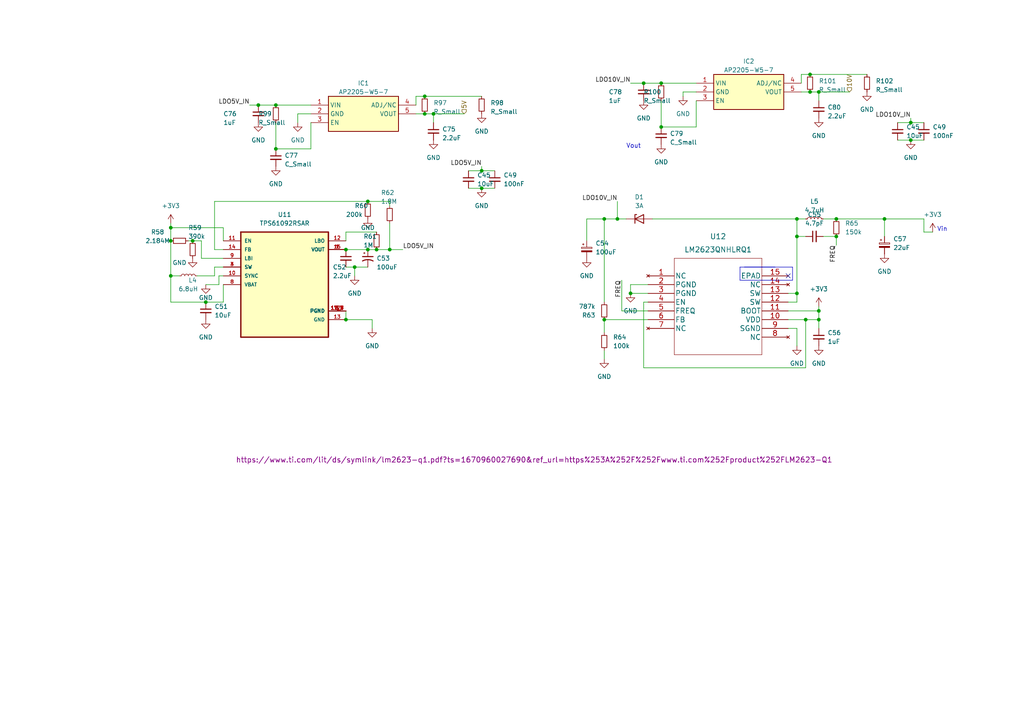
<source format=kicad_sch>
(kicad_sch (version 20230121) (generator eeschema)
  (paper "A4")
  (lib_symbols
    (symbol "Device:C_Polarized_Small" (pin_numbers hide) (pin_names (offset 0.254) hide)
      (property "Reference" "C" (at 0.254 1.778 0))
      (property "Value" "C_Polarized_Small" (at 0.254 -2.032 0))
      (symbol "C_Polarized_Small_0_1"
        (rectangle (start -1.524 -0.3048) (end 1.524 -0.6858) (fill (type outline)))
        (rectangle (start -1.524 0.6858) (end 1.524 0.3048))
        (polyline (pts (xy -1.27 1.524) (xy -0.762 1.524)))
        (polyline (pts (xy -1.016 1.27) (xy -1.016 1.778)))
      )
      (symbol "C_Polarized_Small_1_1"
        (pin passive line (at 0 2.54 270) (length 1.8542) (name "~") (number "1"))
        (pin passive line (at 0 -2.54 90) (length 1.8542) (name "~") (number "2"))
      )
    )
    (symbol "Device:C_Polarized_Small_US" (pin_numbers hide) (pin_names (offset 0.254) hide)
      (property "Reference" "C" (at 0.254 1.778 0))
      (property "Value" "C_Polarized_Small_US" (at 0.254 -2.032 0))
      (symbol "C_Polarized_Small_US_0_1"
        (polyline (pts (xy -1.524 0.508) (xy 1.524 0.508)) (stroke (width 0.3048)))
        (polyline (pts (xy -1.27 1.524) (xy -0.762 1.524)))
        (polyline (pts (xy -1.016 1.27) (xy -1.016 1.778)))
        (arc (start 1.524 -0.762) (mid 0 -0.3734) (end -1.524 -0.762) (stroke (width 0.3048)))
      )
      (symbol "C_Polarized_Small_US_1_1"
        (pin passive line (at 0 2.54 270) (length 2.032) (name "~") (number "1"))
        (pin passive line (at 0 -2.54 90) (length 2.032) (name "~") (number "2"))
      )
    )
    (symbol "Device:C_Small" (pin_numbers hide) (pin_names (offset 0.254) hide)
      (property "Reference" "C" (at 0.254 1.778 0))
      (property "Value" "C_Small" (at 0.254 -2.032 0))
      (symbol "C_Small_0_1"
        (polyline (pts (xy -1.524 -0.508) (xy 1.524 -0.508)) (stroke (width 0.3302)))
        (polyline (pts (xy -1.524 0.508) (xy 1.524 0.508)) (stroke (width 0.3048)))
      )
      (symbol "C_Small_1_1"
        (pin passive line (at 0 2.54 270) (length 2.032) (name "~") (number "1"))
        (pin passive line (at 0 -2.54 90) (length 2.032) (name "~") (number "2"))
      )
    )
    (symbol "Device:D_Zener" (pin_numbers hide) (pin_names (offset 1.016) hide)
      (property "Reference" "D" (at 0 2.54 0))
      (property "Value" "D_Zener" (at 0 -2.54 0))
      (symbol "D_Zener_0_1"
        (polyline (pts (xy 1.27 0) (xy -1.27 0)))
        (polyline (pts (xy -1.27 -1.27) (xy -1.27 1.27) (xy -0.762 1.27)) (stroke (width 0.254)))
        (polyline (pts (xy 1.27 -1.27) (xy 1.27 1.27) (xy -1.27 0) (xy 1.27 -1.27)) (stroke (width 0.254)))
      )
      (symbol "D_Zener_1_1"
        (pin passive line (at -3.81 0 0) (length 2.54) (name "K") (number "1"))
        (pin passive line (at 3.81 0 180) (length 2.54) (name "A") (number "2"))
      )
    )
    (symbol "Device:L_Small" (pin_numbers hide) (pin_names (offset 0.254) hide)
      (property "Reference" "L" (at 0.762 1.016 0))
      (property "Value" "L_Small" (at 0.762 -1.016 0))
      (symbol "L_Small_0_1"
        (arc (start 0 -2.032) (mid 0.5058 -1.524) (end 0 -1.016))
        (arc (start 0 -1.016) (mid 0.5058 -0.508) (end 0 0))
        (arc (start 0 0) (mid 0.5058 0.508) (end 0 1.016))
        (arc (start 0 1.016) (mid 0.5058 1.524) (end 0 2.032))
      )
      (symbol "L_Small_1_1"
        (pin passive line (at 0 2.54 270) (length 0.508) (name "~") (number "1"))
        (pin passive line (at 0 -2.54 90) (length 0.508) (name "~") (number "2"))
      )
    )
    (symbol "Device:R_Small" (pin_numbers hide) (pin_names (offset 0.254) hide)
      (property "Reference" "R" (at 0.762 0.508 0))
      (property "Value" "R_Small" (at 0.762 -1.016 0))
      (symbol "R_Small_0_1"
        (rectangle (start -0.762 1.778) (end 0.762 -1.778) (stroke (width 0.2032)))
      )
      (symbol "R_Small_1_1"
        (pin passive line (at 0 2.54 270) (length 0.762) (name "~") (number "1"))
        (pin passive line (at 0 -2.54 90) (length 0.762) (name "~") (number "2"))
      )
    )
    (symbol "GND_1" (power) (pin_names (offset 0))
      (property "Value" "GND_1" (at 0 -3.81 0))
      (symbol "GND_1_0_1"
        (polyline (pts (xy 0 0) (xy 0 -1.27) (xy 1.27 -1.27) (xy 0 -2.54) (xy -1.27 -1.27) (xy 0 -1.27)))
      )
      (symbol "GND_1_1_1"
        (pin power_in line (at 0 0 270) (length 0) hide (name "GND") (number "1"))
      )
    )
    (symbol "GND_2" (power) (pin_names (offset 0))
      (property "Value" "GND_2" (at 0 -3.81 0))
      (symbol "GND_2_0_1"
        (polyline (pts (xy 0 0) (xy 0 -1.27) (xy 1.27 -1.27) (xy 0 -2.54) (xy -1.27 -1.27) (xy 0 -1.27)))
      )
      (symbol "GND_2_1_1"
        (pin power_in line (at 0 0 270) (length 0) hide (name "GND") (number "1"))
      )
    )
    (symbol "GND_3" (power) (pin_names (offset 0))
      (property "Value" "GND_3" (at 0 -3.81 0))
      (symbol "GND_3_0_1"
        (polyline (pts (xy 0 0) (xy 0 -1.27) (xy 1.27 -1.27) (xy 0 -2.54) (xy -1.27 -1.27) (xy 0 -1.27)))
      )
      (symbol "GND_3_1_1"
        (pin power_in line (at 0 0 270) (length 0) hide (name "GND") (number "1"))
      )
    )
    (symbol "GND_4" (power) (pin_names (offset 0))
      (property "Value" "GND_4" (at 0 -3.81 0))
      (symbol "GND_4_0_1"
        (polyline (pts (xy 0 0) (xy 0 -1.27) (xy 1.27 -1.27) (xy 0 -2.54) (xy -1.27 -1.27) (xy 0 -1.27)))
      )
      (symbol "GND_4_1_1"
        (pin power_in line (at 0 0 270) (length 0) hide (name "GND") (number "1"))
      )
    )
    (symbol "GND_5" (power) (pin_names (offset 0))
      (property "Value" "GND_5" (at 0 -3.81 0))
      (symbol "GND_5_0_1"
        (polyline (pts (xy 0 0) (xy 0 -1.27) (xy 1.27 -1.27) (xy 0 -2.54) (xy -1.27 -1.27) (xy 0 -1.27)))
      )
      (symbol "GND_5_1_1"
        (pin power_in line (at 0 0 270) (length 0) hide (name "GND") (number "1"))
      )
    )
    (symbol "GND_6" (power) (pin_names (offset 0))
      (property "Value" "GND_6" (at 0 -3.81 0))
      (symbol "GND_6_0_1"
        (polyline (pts (xy 0 0) (xy 0 -1.27) (xy 1.27 -1.27) (xy 0 -2.54) (xy -1.27 -1.27) (xy 0 -1.27)))
      )
      (symbol "GND_6_1_1"
        (pin power_in line (at 0 0 270) (length 0) hide (name "GND") (number "1"))
      )
    )
    (symbol "iclr:AP2205-W5-7"
      (property "Reference" "IC" (at 26.67 7.62 0))
      (property "Value" "AP2205-W5-7" (at 26.67 5.08 0))
      (symbol "AP2205-W5-7_1_1"
        (rectangle (start 5.08 2.54) (end 25.4 -7.62) (stroke (width 0.254)) (fill (type background)))
        (pin passive line (at 0 0 0) (length 5.08) (name "VIN") (number "1"))
        (pin passive line (at 0 -2.54 0) (length 5.08) (name "GND") (number "2"))
        (pin passive line (at 0 -5.08 0) (length 5.08) (name "EN") (number "3"))
        (pin passive line (at 30.48 0 180) (length 5.08) (name "ADJ/NC") (number "4"))
        (pin passive line (at 30.48 -2.54 180) (length 5.08) (name "VOUT") (number "5"))
      )
    )
    (symbol "iclr:LM2623QNHLRQ1" (pin_names (offset 0.254))
      (property "Reference" "U" (at 20.32 10.16 0))
      (property "Value" "LM2623QNHLRQ1" (at 20.32 7.62 0))
      (symbol "LM2623QNHLRQ1_1_1"
        (polyline (pts (xy 7.62 -22.86) (xy 33.02 -22.86)) (stroke (width 0.127)))
        (polyline (pts (xy 7.62 5.08) (xy 7.62 -22.86)) (stroke (width 0.127)))
        (polyline (pts (xy 33.02 -22.86) (xy 33.02 5.08)) (stroke (width 0.127)))
        (polyline (pts (xy 33.02 5.08) (xy 7.62 5.08)) (stroke (width 0.127)))
        (pin no_connect line (at 0 0 0) (length 7.62) (name "NC") (number "1"))
        (pin power_in line (at 40.64 -12.7 180) (length 7.62) (name "VDD") (number "10"))
        (pin unspecified line (at 40.64 -10.16 180) (length 7.62) (name "BOOT") (number "11"))
        (pin unspecified line (at 40.64 -7.62 180) (length 7.62) (name "SW") (number "12"))
        (pin unspecified line (at 40.64 -5.08 180) (length 7.62) (name "SW") (number "13"))
        (pin no_connect line (at 40.64 -2.54 180) (length 7.62) (name "NC") (number "14"))
        (pin unspecified line (at 40.64 0 180) (length 7.62) (name "EPAD") (number "15"))
        (pin power_in line (at 0 -2.54 0) (length 7.62) (name "PGND") (number "2"))
        (pin power_in line (at 0 -5.08 0) (length 7.62) (name "PGND") (number "3"))
        (pin input line (at 0 -7.62 0) (length 7.62) (name "EN") (number "4"))
        (pin unspecified line (at 0 -10.16 0) (length 7.62) (name "FREQ") (number "5"))
        (pin output line (at 0 -12.7 0) (length 7.62) (name "FB") (number "6"))
        (pin no_connect line (at 0 -15.24 0) (length 7.62) (name "NC") (number "7"))
        (pin no_connect line (at 40.64 -17.78 180) (length 7.62) (name "NC") (number "8"))
        (pin power_in line (at 40.64 -15.24 180) (length 7.62) (name "SGND") (number "9"))
      )
    )
    (symbol "iclr:TPS61092RSAR" (pin_names (offset 1.016))
      (property "Reference" "U" (at -12.7 16.2306 0))
      (property "Value" "TPS61092RSAR" (at -12.7 -19.2278 0))
      (symbol "TPS61092RSAR_0_0"
        (rectangle (start -12.7 -15.24) (end 12.7 15.24) (stroke (width 0.4064)) (fill (type background)))
        (pin output line (at 17.78 10.16 180) (length 5.08) (name "VOUT") (number "1"))
        (pin input line (at -17.78 2.54 0) (length 5.08) (name "SYNC") (number "10"))
        (pin input line (at -17.78 12.7 0) (length 5.08) (name "EN") (number "11"))
        (pin output line (at 17.78 12.7 180) (length 5.08) (name "LBO") (number "12"))
        (pin power_in line (at 17.78 -10.16 180) (length 5.08) (name "GND") (number "13"))
        (pin input line (at -17.78 10.16 0) (length 5.08) (name "FB") (number "14"))
        (pin output line (at 17.78 10.16 180) (length 5.08) (name "VOUT") (number "15"))
        (pin output line (at 17.78 10.16 180) (length 5.08) (name "VOUT") (number "16"))
        (pin power_in line (at 17.78 -7.62 180) (length 5.08) (name "PGND") (number "17"))
        (pin power_in line (at 17.78 -7.62 180) (length 5.08) (name "PGND") (number "17_1"))
        (pin power_in line (at 17.78 -7.62 180) (length 5.08) (name "PGND") (number "17_2"))
        (pin power_in line (at 17.78 -7.62 180) (length 5.08) (name "PGND") (number "17_3"))
        (pin power_in line (at 17.78 -7.62 180) (length 5.08) (name "PGND") (number "17_4"))
        (pin power_in line (at 17.78 -7.62 180) (length 5.08) (name "PGND") (number "17_5"))
        (pin power_in line (at 17.78 -7.62 180) (length 5.08) (name "PGND") (number "17_6"))
        (pin power_in line (at 17.78 -7.62 180) (length 5.08) (name "PGND") (number "17_7"))
        (pin power_in line (at 17.78 -7.62 180) (length 5.08) (name "PGND") (number "17_8"))
        (pin power_in line (at 17.78 -7.62 180) (length 5.08) (name "PGND") (number "17_9"))
        (pin input line (at -17.78 5.08 0) (length 5.08) (name "SW") (number "3"))
        (pin input line (at -17.78 5.08 0) (length 5.08) (name "SW") (number "4"))
        (pin power_in line (at 17.78 -7.62 180) (length 5.08) (name "PGND") (number "5"))
        (pin power_in line (at 17.78 -7.62 180) (length 5.08) (name "PGND") (number "6"))
        (pin power_in line (at 17.78 -7.62 180) (length 5.08) (name "PGND") (number "7"))
        (pin input line (at -17.78 0 0) (length 5.08) (name "VBAT") (number "8"))
        (pin input line (at -17.78 7.62 0) (length 5.08) (name "LBI") (number "9"))
      )
    )
    (symbol "power:+3.3V" (power) (pin_names (offset 0))
      (property "Value" "+3.3V" (at 0 3.556 0))
      (symbol "+3.3V_0_1"
        (polyline (pts (xy -0.762 1.27) (xy 0 2.54)))
        (polyline (pts (xy 0 0) (xy 0 2.54)))
        (polyline (pts (xy 0 2.54) (xy 0.762 1.27)))
      )
      (symbol "+3.3V_1_1"
        (pin power_in line (at 0 0 90) (length 0) hide (name "+3V3") (number "1"))
      )
    )
    (symbol "power:GND" (power) (pin_names (offset 0))
      (property "Value" "GND" (at 0 -3.81 0))
      (symbol "GND_0_1"
        (polyline (pts (xy 0 0) (xy 0 -1.27) (xy 1.27 -1.27) (xy 0 -2.54) (xy -1.27 -1.27) (xy 0 -1.27)))
      )
      (symbol "GND_1_1"
        (pin power_in line (at 0 0 270) (length 0) hide (name "GND") (number "1"))
      )
    )
  )
  (junction (at 191.77 24.13))
  (junction (at 80.01 30.48))
  (junction (at 175.26 92.71))
  (junction (at 106.68 72.39))
  (junction (at 49.53 80.01))
  (junction (at 242.57 68.58))
  (junction (at 100.33 92.71))
  (junction (at 125.73 33.02))
  (junction (at 256.54 63.5))
  (junction (at 109.22 72.39))
  (junction (at 139.7 49.53))
  (junction (at 100.33 72.39))
  (junction (at 237.49 26.67))
  (junction (at 139.7 54.61))
  (junction (at 55.88 69.85))
  (junction (at 237.49 92.71))
  (junction (at 231.14 63.5))
  (junction (at 59.69 87.63))
  (junction (at 191.77 36.83))
  (junction (at 102.87 77.47))
  (junction (at 106.68 58.42))
  (junction (at 186.69 24.13))
  (junction (at 49.53 69.85))
  (junction (at 123.19 33.02))
  (junction (at 231.14 68.58))
  (junction (at 234.95 21.59))
  (junction (at 80.01 43.18))
  (junction (at 113.03 72.39))
  (junction (at 242.57 63.5))
  (junction (at 49.53 66.04))
  (junction (at 231.14 85.09))
  (junction (at 123.19 27.94))
  (junction (at 237.49 90.17))
  (junction (at 179.07 63.5))
  (junction (at 264.16 35.56))
  (junction (at 74.93 30.48))
  (junction (at 234.95 26.67))
  (junction (at 264.16 40.64))
  (junction (at 175.26 63.5))
  (junction (at 233.68 92.71))
  (junction (at 182.88 85.09))
  (no_connect (at 228.6 80.01))
  (wire (pts (xy 175.26 63.5) (xy 170.18 63.5)))
  (wire (pts (xy 270.51 67.31) (xy 267.97 67.31)))
  (wire (pts (xy 179.07 58.42) (xy 179.07 63.5)))
  (wire (pts (xy 90.17 33.02) (xy 86.36 33.02)))
  (wire (pts (xy 64.77 72.39) (xy 62.23 72.39)))
  (wire (pts (xy 187.96 90.17) (xy 180.34 90.17)))
  (wire (pts (xy 267.97 63.5) (xy 267.97 67.31)))
  (wire (pts (xy 231.14 68.58) (xy 233.68 68.58)))
  (polyline (pts (xy 229.87 77.47) (xy 229.87 81.28)))
  (wire (pts (xy 237.49 92.71) (xy 237.49 90.17)))
  (wire (pts (xy 234.95 26.67) (xy 232.41 26.67)))
  (wire (pts (xy 64.77 77.47) (xy 62.23 77.47)))
  (wire (pts (xy 55.88 69.85) (xy 58.42 69.85)))
  (wire (pts (xy 100.33 67.31) (xy 109.22 67.31)))
  (wire (pts (xy 182.88 24.13) (xy 186.69 24.13)))
  (wire (pts (xy 123.19 33.02) (xy 120.65 33.02)))
  (wire (pts (xy 175.26 92.71) (xy 187.96 92.71)))
  (wire (pts (xy 49.53 80.01) (xy 52.07 80.01)))
  (wire (pts (xy 63.5 80.01) (xy 64.77 80.01)))
  (wire (pts (xy 242.57 63.5) (xy 256.54 63.5)))
  (wire (pts (xy 72.39 30.48) (xy 74.93 30.48)))
  (wire (pts (xy 49.53 69.85) (xy 49.53 80.01)))
  (wire (pts (xy 100.33 69.85) (xy 100.33 67.31)))
  (wire (pts (xy 55.88 69.85) (xy 54.61 69.85)))
  (wire (pts (xy 264.16 34.29) (xy 264.16 35.56)))
  (polyline (pts (xy 214.63 77.47) (xy 224.79 77.47)))
  (wire (pts (xy 191.77 36.83) (xy 201.93 36.83)))
  (wire (pts (xy 256.54 63.5) (xy 267.97 63.5)))
  (wire (pts (xy 231.14 63.5) (xy 233.68 63.5)))
  (wire (pts (xy 106.68 72.39) (xy 109.22 72.39)))
  (wire (pts (xy 90.17 43.18) (xy 90.17 35.56)))
  (wire (pts (xy 191.77 36.83) (xy 191.77 29.21)))
  (wire (pts (xy 175.26 63.5) (xy 179.07 63.5)))
  (wire (pts (xy 100.33 92.71) (xy 107.95 92.71)))
  (wire (pts (xy 102.87 77.47) (xy 102.87 80.01)))
  (wire (pts (xy 238.76 68.58) (xy 242.57 68.58)))
  (wire (pts (xy 260.35 35.56) (xy 264.16 35.56)))
  (wire (pts (xy 201.93 26.67) (xy 198.12 26.67)))
  (wire (pts (xy 63.5 82.55) (xy 63.5 80.01)))
  (polyline (pts (xy 214.63 81.28) (xy 214.63 77.47)))
  (wire (pts (xy 232.41 21.59) (xy 234.95 21.59)))
  (wire (pts (xy 49.53 66.04) (xy 49.53 69.85)))
  (wire (pts (xy 237.49 26.67) (xy 234.95 26.67)))
  (wire (pts (xy 123.19 27.94) (xy 139.7 27.94)))
  (wire (pts (xy 80.01 43.18) (xy 90.17 43.18)))
  (wire (pts (xy 237.49 29.21) (xy 237.49 26.67)))
  (wire (pts (xy 106.68 58.42) (xy 113.03 58.42)))
  (wire (pts (xy 175.26 101.6) (xy 175.26 104.14)))
  (wire (pts (xy 179.07 63.5) (xy 181.61 63.5)))
  (wire (pts (xy 113.03 58.42) (xy 113.03 59.69)))
  (wire (pts (xy 125.73 35.56) (xy 125.73 33.02)))
  (wire (pts (xy 125.73 33.02) (xy 123.19 33.02)))
  (wire (pts (xy 80.01 43.18) (xy 80.01 35.56)))
  (wire (pts (xy 80.01 30.48) (xy 90.17 30.48)))
  (wire (pts (xy 186.69 24.13) (xy 191.77 24.13)))
  (wire (pts (xy 62.23 58.42) (xy 106.68 58.42)))
  (wire (pts (xy 246.38 26.67) (xy 237.49 26.67)))
  (wire (pts (xy 231.14 95.25) (xy 231.14 100.33)))
  (wire (pts (xy 49.53 66.04) (xy 64.77 66.04)))
  (wire (pts (xy 231.14 63.5) (xy 231.14 68.58)))
  (wire (pts (xy 231.14 85.09) (xy 231.14 87.63)))
  (wire (pts (xy 109.22 72.39) (xy 113.03 72.39)))
  (wire (pts (xy 256.54 63.5) (xy 256.54 68.58)))
  (wire (pts (xy 189.23 63.5) (xy 231.14 63.5)))
  (wire (pts (xy 58.42 74.93) (xy 58.42 69.85)))
  (wire (pts (xy 228.6 92.71) (xy 233.68 92.71)))
  (wire (pts (xy 62.23 80.01) (xy 62.23 77.47)))
  (polyline (pts (xy 215.9 77.47) (xy 229.87 77.47)))
  (wire (pts (xy 113.03 72.39) (xy 116.84 72.39)))
  (polyline (pts (xy 229.87 81.28) (xy 214.63 81.28)))
  (wire (pts (xy 228.6 85.09) (xy 231.14 85.09)))
  (wire (pts (xy 242.57 68.58) (xy 242.57 71.12)))
  (wire (pts (xy 231.14 87.63) (xy 228.6 87.63)))
  (wire (pts (xy 49.53 64.77) (xy 49.53 66.04)))
  (wire (pts (xy 100.33 90.17) (xy 100.33 92.71)))
  (wire (pts (xy 86.36 33.02) (xy 86.36 35.56)))
  (wire (pts (xy 233.68 92.71) (xy 237.49 92.71)))
  (wire (pts (xy 49.53 80.01) (xy 49.53 87.63)))
  (wire (pts (xy 237.49 92.71) (xy 237.49 95.25)))
  (wire (pts (xy 113.03 64.77) (xy 113.03 72.39)))
  (wire (pts (xy 264.16 35.56) (xy 267.97 35.56)))
  (wire (pts (xy 57.15 80.01) (xy 62.23 80.01)))
  (wire (pts (xy 260.35 40.64) (xy 264.16 40.64)))
  (wire (pts (xy 182.88 82.55) (xy 182.88 85.09)))
  (wire (pts (xy 135.89 54.61) (xy 139.7 54.61)))
  (wire (pts (xy 234.95 21.59) (xy 251.46 21.59)))
  (wire (pts (xy 201.93 36.83) (xy 201.93 29.21)))
  (wire (pts (xy 64.77 66.04) (xy 64.77 69.85)))
  (wire (pts (xy 59.69 87.63) (xy 64.77 87.63)))
  (wire (pts (xy 120.65 27.94) (xy 120.65 30.48)))
  (wire (pts (xy 191.77 24.13) (xy 201.93 24.13)))
  (wire (pts (xy 170.18 63.5) (xy 170.18 69.85)))
  (wire (pts (xy 139.7 54.61) (xy 143.51 54.61)))
  (wire (pts (xy 120.65 27.94) (xy 123.19 27.94)))
  (wire (pts (xy 264.16 40.64) (xy 267.97 40.64)))
  (wire (pts (xy 59.69 82.55) (xy 63.5 82.55)))
  (wire (pts (xy 64.77 87.63) (xy 64.77 82.55)))
  (wire (pts (xy 175.26 92.71) (xy 175.26 96.52)))
  (wire (pts (xy 139.7 49.53) (xy 143.51 49.53)))
  (wire (pts (xy 186.69 106.68) (xy 233.68 106.68)))
  (wire (pts (xy 233.68 106.68) (xy 233.68 92.71)))
  (wire (pts (xy 74.93 30.48) (xy 80.01 30.48)))
  (wire (pts (xy 180.34 81.28) (xy 180.34 90.17)))
  (wire (pts (xy 100.33 77.47) (xy 102.87 77.47)))
  (wire (pts (xy 187.96 87.63) (xy 186.69 87.63)))
  (wire (pts (xy 232.41 21.59) (xy 232.41 24.13)))
  (wire (pts (xy 175.26 87.63) (xy 175.26 63.5)))
  (wire (pts (xy 228.6 95.25) (xy 231.14 95.25)))
  (wire (pts (xy 187.96 82.55) (xy 182.88 82.55)))
  (wire (pts (xy 237.49 88.9) (xy 237.49 90.17)))
  (wire (pts (xy 100.33 72.39) (xy 106.68 72.39)))
  (wire (pts (xy 135.89 49.53) (xy 139.7 49.53)))
  (wire (pts (xy 238.76 63.5) (xy 242.57 63.5)))
  (wire (pts (xy 64.77 74.93) (xy 58.42 74.93)))
  (wire (pts (xy 49.53 87.63) (xy 59.69 87.63)))
  (wire (pts (xy 231.14 68.58) (xy 231.14 85.09)))
  (wire (pts (xy 107.95 92.71) (xy 107.95 95.25)))
  (wire (pts (xy 139.7 48.26) (xy 139.7 49.53)))
  (wire (pts (xy 182.88 85.09) (xy 187.96 85.09)))
  (wire (pts (xy 134.62 33.02) (xy 125.73 33.02)))
  (wire (pts (xy 102.87 77.47) (xy 106.68 77.47)))
  (wire (pts (xy 186.69 87.63) (xy 186.69 106.68)))
  (wire (pts (xy 62.23 72.39) (xy 62.23 58.42)))
  (wire (pts (xy 198.12 26.67) (xy 198.12 27.94)))
  (wire (pts (xy 228.6 90.17) (xy 237.49 90.17)))
  (text "Vout" (at 181.61 43.18 0) (effects (font (size 1.27 1.27)) (justify left bottom)))
  (text "Vin" (at 271.78 67.31 0) (effects (font (size 1.27 1.27)) (justify left bottom)))
  (label "LDO10V_IN" (at 264.16 34.29 180))
  (label "LDO10V_IN" (at 179.07 58.42 180))
  (label "FREQ" (at 242.57 71.12 270))
  (label "LDO10V_IN" (at 182.88 24.13 180))
  (label "LDO5V_IN" (at 116.84 72.39 0))
  (label "FREQ" (at 180.34 81.28 270))
  (label "LDO5V_IN" (at 139.7 48.26 180))
  (label "LDO5V_IN" (at 72.39 30.48 180))
  (hierarchical_label "5V" (shape input) (at 134.62 33.02 90))
  (hierarchical_label "10V" (shape input) (at 246.38 26.67 90))
  (symbol (lib_id "Device:R_Small") (at 139.7 30.48 180) (unit 1)
    (property "Reference" "R98" (at 142.24 29.845 0) (effects (justify right)))
    (property "Value" "R_Small" (at 142.24 32.385 0) (effects (justify right)))
    (property "Footprint" "Resistor_SMD:R_0402_1005Metric" (effects hide))
  )
  (symbol (lib_id "Device:R_Small") (at 191.77 26.67 0) (unit 1)
    (property "Reference" "R100" (at 186.69 26.67 0) (effects (justify left)))
    (property "Value" "R_Small" (at 186.69 29.21 0) (effects (justify left)))
    (property "Footprint" "Resistor_SMD:R_0402_1005Metric" (effects hide))
  )
  (symbol (lib_id "Device:C_Small") (at 74.93 33.02 0) (unit 1)
    (property "Reference" "C76" (at 64.77 33.02 0) (effects (justify left)))
    (property "Value" "1uF" (at 64.77 35.56 0) (effects (justify left)))
    (property "Footprint" "Capacitor_SMD:C_0402_1005Metric" (effects hide))
  )
  (symbol (lib_id "power:GND") (at 264.16 40.64 0) (unit 1)
    (property "Reference" "#PWR075" (effects hide))
    (property "Value" "GND" (at 264.16 45.72 0))
    (instances (project "sensorboard" (path "" (reference "#PWR075") (unit 1)) (path "" (reference "#PWR0169") (unit 1))))
  )
  (symbol (lib_id "Device:R_Small") (at 234.95 24.13 0) (unit 1)
    (property "Reference" "R101" (at 237.49 23.495 0) (effects (justify left)))
    (property "Value" "R_Small" (at 237.49 26.035 0) (effects (justify left)))
    (property "Footprint" "Resistor_SMD:R_0402_1005Metric" (effects hide))
  )
  (symbol (lib_id "power:GND") (at 106.68 63.5 0) (unit 1)
    (property "Reference" "#PWR0135" (effects hide))
    (property "Value" "GND" (at 106.68 66.04 0))
  )
  (symbol (lib_id "power:GND") (at 139.7 54.61 0) (unit 1)
    (property "Reference" "#PWR075" (effects hide))
    (property "Value" "GND" (at 139.7 59.69 0))
    (instances (project "sensorboard" (path "" (reference "#PWR075") (unit 1)) (path "" (reference "#PWR0170") (unit 1))))
  )
  (symbol (lib_id "Device:L_Small") (at 54.61 80.01 90) (unit 1)
    (property "Reference" "L4" (at 55.88 81.28 90))
    (property "Value" "6.8uH" (at 54.61 83.82 90))
    (property "Footprint" "iclr:INDPM3030X200N" (effects hide))
  )
  (symbol (lib_name "GND_4") (lib_id "power:GND") (at 191.77 41.91 0) (unit 1)
    (property "Reference" "#PWR0164" (effects hide))
    (property "Value" "GND" (at 191.77 46.99 0))
  )
  (symbol (lib_id "Device:C_Small") (at 237.49 31.75 0) (unit 1)
    (property "Reference" "C80" (at 240.03 31.1213 0) (effects (justify left)))
    (property "Value" "2.2uF" (at 240.03 33.6613 0) (effects (justify left)))
    (property "Footprint" "Capacitor_SMD:C_0402_1005Metric" (effects hide))
  )
  (symbol (lib_id "Device:C_Small") (at 260.35 38.1 0) (unit 1)
    (property "Reference" "C45" (at 262.89 36.8362 0) (effects (justify left)))
    (property "Value" "10uF" (at 262.89 39.3762 0) (effects (justify left)))
    (property "Footprint" "Capacitor_SMD:C_0402_1005Metric" (effects hide))
    (instances (project "sensorboard" (path "" (reference "C45") (unit 1)) (path "" (reference "C83") (unit 1))))
  )
  (symbol (lib_name "GND_3") (lib_id "power:GND") (at 74.93 35.56 0) (unit 1)
    (property "Reference" "#PWR0144" (effects hide))
    (property "Value" "GND" (at 74.93 40.64 0))
  )
  (symbol (lib_id "iclr:LM2623QNHLRQ1") (at 187.96 80.01 0) (unit 1)
    (property "Reference" "U12" (at 208.28 68.58 0) (effects (font (size 1.524 1.524))))
    (property "Value" "LM2623QNHLRQ1" (at 208.28 72.39 0) (effects (font (size 1.524 1.524))))
    (property "Footprint" "iclr:LM2623QNHLRQ1" (effects hide))
    (property "Datasheet" "https://www.ti.com/lit/ds/symlink/lm2623-q1.pdf?ts=1670960027690&ref_url=https%253A%252F%252Fwww.ti.com%252Fproduct%252FLM2623-Q1" (at 154.94 133.35 0) (effects (font (size 1.524 1.524))))
  )
  (symbol (lib_id "Device:C_Polarized_Small_US") (at 106.68 74.93 0) (unit 1)
    (property "Reference" "C53" (at 109.22 74.93 0) (effects (justify left)))
    (property "Value" "100uF" (at 109.22 77.47 0) (effects (justify left)))
    (property "Footprint" "iclr:CAPC2012X145N" (effects hide))
  )
  (symbol (lib_name "GND_2") (lib_id "power:GND") (at 125.73 40.64 0) (unit 1)
    (property "Reference" "#PWR0128" (effects hide))
    (property "Value" "GND" (at 125.73 45.72 0))
  )
  (symbol (lib_id "Device:C_Small") (at 191.77 39.37 0) (unit 1)
    (property "Reference" "C79" (at 194.31 38.7413 0) (effects (justify left)))
    (property "Value" "C_Small" (at 194.31 41.2813 0) (effects (justify left)))
    (property "Footprint" "Capacitor_SMD:C_0402_1005Metric" (effects hide))
  )
  (symbol (lib_id "Device:D_Zener") (at 185.42 63.5 0) (unit 1)
    (property "Reference" "D1" (at 185.42 57.15 0))
    (property "Value" "3A" (at 185.42 59.69 0))
    (property "Footprint" "Diode_SMD:D_0603_1608Metric" (effects hide))
  )
  (symbol (lib_name "GND_3") (lib_id "power:GND") (at 186.69 29.21 0) (unit 1)
    (property "Reference" "#PWR0163" (effects hide))
    (property "Value" "GND" (at 186.69 34.29 0))
  )
  (symbol (lib_id "Device:C_Small") (at 135.89 52.07 0) (unit 1)
    (property "Reference" "C45" (at 138.43 50.8062 0) (effects (justify left)))
    (property "Value" "10uF" (at 138.43 53.3462 0) (effects (justify left)))
    (property "Footprint" "Capacitor_SMD:C_0402_1005Metric" (effects hide))
    (instances (project "sensorboard" (path "" (reference "C45") (unit 1)) (path "" (reference "C81") (unit 1))))
  )
  (symbol (lib_id "power:GND") (at 107.95 95.25 0) (unit 1)
    (property "Reference" "#PWR0136" (effects hide))
    (property "Value" "GND" (at 107.95 100.33 0))
  )
  (symbol (lib_name "GND_1") (lib_id "power:GND") (at 139.7 33.02 0) (unit 1)
    (property "Reference" "#PWR0126" (effects hide))
    (property "Value" "GND" (at 139.7 38.1 0))
  )
  (symbol (lib_id "Device:C_Polarized_Small") (at 170.18 72.39 0) (unit 1)
    (property "Reference" "C54" (at 172.72 70.5738 0) (effects (justify left)))
    (property "Value" "100uF" (at 172.72 73.1138 0) (effects (justify left)))
    (property "Footprint" "Capacitor_SMD:C_0603_1608Metric" (effects hide))
  )
  (symbol (lib_id "Device:R_Small") (at 80.01 33.02 0) (unit 1)
    (property "Reference" "R99" (at 74.93 33.02 0) (effects (justify left)))
    (property "Value" "R_Small" (at 74.93 35.56 0) (effects (justify left)))
    (property "Footprint" "Resistor_SMD:R_0402_1005Metric" (effects hide))
  )
  (symbol (lib_id "Device:C_Small") (at 236.22 68.58 90) (unit 1)
    (property "Reference" "C55" (at 236.2263 62.23 90))
    (property "Value" "4.7pF" (at 236.2263 64.77 90))
    (property "Footprint" "Capacitor_SMD:C_0402_1005Metric" (effects hide))
  )
  (symbol (lib_id "power:GND") (at 59.69 92.71 0) (unit 1)
    (property "Reference" "#PWR0133" (effects hide))
    (property "Value" "GND" (at 59.69 97.79 0))
  )
  (symbol (lib_id "power:GND") (at 59.69 82.55 0) (unit 1)
    (property "Reference" "#PWR0132" (effects hide))
    (property "Value" "GND" (at 59.69 86.36 0))
  )
  (symbol (lib_id "Device:R_Small") (at 106.68 60.96 0) (unit 1)
    (property "Reference" "R60" (at 102.87 59.69 0) (effects (justify left)))
    (property "Value" "200k" (at 100.33 62.23 0) (effects (justify left)))
    (property "Footprint" "Resistor_SMD:R_0603_1608Metric" (effects hide))
  )
  (symbol (lib_id "Device:R_Small") (at 55.88 72.39 0) (unit 1)
    (property "Reference" "R59" (at 54.61 66.04 0) (effects (justify left)))
    (property "Value" "390k" (at 54.61 68.58 0) (effects (justify left)))
    (property "Footprint" "Resistor_SMD:R_0603_1608Metric" (effects hide))
  )
  (symbol (lib_id "power:+3.3V") (at 49.53 64.77 0) (unit 1)
    (property "Reference" "#PWR0130" (effects hide))
    (property "Value" "+3.3V" (at 49.53 59.69 0))
  )
  (symbol (lib_id "Device:R_Small") (at 242.57 66.04 0) (unit 1)
    (property "Reference" "R65" (at 245.11 64.7699 0) (effects (justify left)))
    (property "Value" "150k" (at 245.11 67.3099 0) (effects (justify left)))
    (property "Footprint" "Resistor_SMD:R_0402_1005Metric" (effects hide))
  )
  (symbol (lib_id "Device:R_Small") (at 175.26 90.17 180) (unit 1)
    (property "Reference" "R63" (at 172.72 91.44 0) (effects (justify left)))
    (property "Value" "787k" (at 172.72 88.9001 0) (effects (justify left)))
    (property "Footprint" "Resistor_SMD:R_0402_1005Metric" (effects hide))
  )
  (symbol (lib_id "power:GND") (at 237.49 100.33 0) (unit 1)
    (property "Reference" "#PWR0142" (effects hide))
    (property "Value" "GND" (at 237.49 105.41 0))
  )
  (symbol (lib_id "Device:C_Small") (at 186.69 26.67 0) (unit 1)
    (property "Reference" "C78" (at 176.53 26.67 0) (effects (justify left)))
    (property "Value" "1uF" (at 176.53 29.21 0) (effects (justify left)))
    (property "Footprint" "Capacitor_SMD:C_0402_1005Metric" (effects hide))
  )
  (symbol (lib_id "power:GND") (at 102.87 80.01 0) (unit 1)
    (property "Reference" "#PWR0134" (effects hide))
    (property "Value" "GND" (at 102.87 85.09 0))
  )
  (symbol (lib_name "GND_6") (lib_id "power:GND") (at 86.36 35.56 0) (unit 1)
    (property "Reference" "#PWR0168" (effects hide))
    (property "Value" "GND" (at 86.36 40.64 0))
  )
  (symbol (lib_id "Device:R_Small") (at 109.22 69.85 0) (unit 1)
    (property "Reference" "R61" (at 105.41 68.58 0) (effects (justify left)))
    (property "Value" "1M" (at 105.41 71.12 0) (effects (justify left)))
    (property "Footprint" "Resistor_SMD:R_0603_1608Metric" (effects hide))
  )
  (symbol (lib_id "iclr:AP2205-W5-7") (at 201.93 24.13 0) (unit 1)
    (property "Reference" "IC2" (at 217.17 17.78 0))
    (property "Value" "AP2205-W5-7" (at 217.17 20.32 0))
    (property "Footprint" "iclr:SOT95P282X145-5N" (effects hide))
    (property "Datasheet" "https://datasheet.datasheetarchive.com/originals/distributors/Datasheets_SAMA/49896ab3db029f5df263d3a8b036e85b.pdf" (effects hide))
    (property "Height" "1.45" (effects hide))
    (property "Mouser Part Number" "621-AP2205-W5-7" (effects hide))
    (property "Mouser Price/Stock" "https://www.mouser.co.uk/ProductDetail/Diodes-Incorporated/AP2205-W5-7?qs=EBDBlbfErPxiadLvD5FZyQ%3D%3D" (effects hide))
    (property "Manufacturer_Name" "Diodes Inc." (effects hide))
    (property "Manufacturer_Part_Number" "AP2205-W5-7" (effects hide))
  )
  (symbol (lib_id "Device:R_Small") (at 113.03 62.23 0) (unit 1)
    (property "Reference" "R62" (at 110.49 55.88 0) (effects (justify left)))
    (property "Value" "1.8M" (at 110.49 58.42 0) (effects (justify left)))
    (property "Footprint" "Resistor_SMD:R_0603_1608Metric" (effects hide))
  )
  (symbol (lib_id "Device:C_Small") (at 143.51 52.07 0) (unit 1)
    (property "Reference" "C49" (at 146.05 50.8062 0) (effects (justify left)))
    (property "Value" "100nF" (at 146.05 53.3462 0) (effects (justify left)))
    (property "Footprint" "Capacitor_SMD:C_0402_1005Metric" (effects hide))
    (instances (project "sensorboard" (path "" (reference "C49") (unit 1)) (path "" (reference "C82") (unit 1))))
  )
  (symbol (lib_id "power:GND") (at 55.88 74.93 0) (unit 1)
    (property "Reference" "#PWR0131" (effects hide))
    (property "Value" "GND" (at 52.07 76.2 0))
  )
  (symbol (lib_id "Device:R_Small") (at 251.46 24.13 180) (unit 1)
    (property "Reference" "R102" (at 254 23.495 0) (effects (justify right)))
    (property "Value" "R_Small" (at 254 26.035 0) (effects (justify right)))
    (property "Footprint" "Resistor_SMD:R_0402_1005Metric" (effects hide))
  )
  (symbol (lib_name "GND_4") (lib_id "power:GND") (at 80.01 48.26 0) (unit 1)
    (property "Reference" "#PWR0162" (effects hide))
    (property "Value" "GND" (at 80.01 53.34 0))
  )
  (symbol (lib_id "power:+3.3V") (at 237.49 88.9 0) (unit 1)
    (property "Reference" "#PWR0141" (effects hide))
    (property "Value" "+3.3V" (at 237.49 83.82 0))
  )
  (symbol (lib_id "Device:C_Small") (at 125.73 38.1 0) (unit 1)
    (property "Reference" "C75" (at 128.27 37.4713 0) (effects (justify left)))
    (property "Value" "2.2uF" (at 128.27 40.0113 0) (effects (justify left)))
    (property "Footprint" "Capacitor_SMD:C_0402_1005Metric" (effects hide))
  )
  (symbol (lib_id "Device:C_Small") (at 59.69 90.17 0) (unit 1)
    (property "Reference" "C51" (at 62.23 88.9062 0) (effects (justify left)))
    (property "Value" "10uF" (at 62.23 91.4462 0) (effects (justify left)))
    (property "Footprint" "Capacitor_SMD:C_0603_1608Metric" (effects hide))
  )
  (symbol (lib_id "power:GND") (at 256.54 73.66 0) (unit 1)
    (property "Reference" "#PWR0143" (effects hide))
    (property "Value" "GND" (at 256.54 78.74 0))
  )
  (symbol (lib_id "power:GND") (at 175.26 104.14 0) (unit 1)
    (property "Reference" "#PWR0138" (effects hide))
    (property "Value" "GND" (at 175.26 109.22 0))
  )
  (symbol (lib_id "Device:C_Small") (at 267.97 38.1 0) (unit 1)
    (property "Reference" "C49" (at 270.51 36.8362 0) (effects (justify left)))
    (property "Value" "100nF" (at 270.51 39.3762 0) (effects (justify left)))
    (property "Footprint" "Capacitor_SMD:C_0402_1005Metric" (effects hide))
    (instances (project "sensorboard" (path "" (reference "C49") (unit 1)) (path "" (reference "C84") (unit 1))))
  )
  (symbol (lib_id "Device:C_Small") (at 237.49 97.79 0) (unit 1)
    (property "Reference" "C56" (at 240.03 96.5262 0) (effects (justify left)))
    (property "Value" "1uF" (at 240.03 99.0662 0) (effects (justify left)))
    (property "Footprint" "Capacitor_SMD:C_0402_1005Metric" (effects hide))
  )
  (symbol (lib_id "Device:C_Small") (at 100.33 74.93 0) (unit 1)
    (property "Reference" "C52" (at 96.52 77.47 0) (effects (justify left)))
    (property "Value" "2.2uF" (at 96.52 80.01 0) (effects (justify left)))
    (property "Footprint" "Capacitor_SMD:C_0603_1608Metric" (effects hide))
  )
  (symbol (lib_name "GND_2") (lib_id "power:GND") (at 237.49 34.29 0) (unit 1)
    (property "Reference" "#PWR0165" (effects hide))
    (property "Value" "GND" (at 237.49 39.37 0))
  )
  (symbol (lib_id "iclr:AP2205-W5-7") (at 90.17 30.48 0) (unit 1)
    (property "Reference" "IC1" (at 105.41 24.13 0))
    (property "Value" "AP2205-W5-7" (at 105.41 26.67 0))
    (property "Footprint" "iclr:SOT95P282X145-5N" (effects hide))
    (property "Datasheet" "https://datasheet.datasheetarchive.com/originals/distributors/Datasheets_SAMA/49896ab3db029f5df263d3a8b036e85b.pdf" (effects hide))
    (property "Height" "1.45" (effects hide))
    (property "Mouser Part Number" "621-AP2205-W5-7" (effects hide))
    (property "Mouser Price/Stock" "https://www.mouser.co.uk/ProductDetail/Diodes-Incorporated/AP2205-W5-7?qs=EBDBlbfErPxiadLvD5FZyQ%3D%3D" (effects hide))
    (property "Manufacturer_Name" "Diodes Inc." (effects hide))
    (property "Manufacturer_Part_Number" "AP2205-W5-7" (effects hide))
  )
  (symbol (lib_id "Device:L_Small") (at 236.22 63.5 90) (unit 1)
    (property "Reference" "L5" (at 236.22 58.42 90))
    (property "Value" "4.7uH" (at 236.22 60.96 90))
    (property "Footprint" "Inductor_SMD:L_0603_1608Metric" (effects hide))
  )
  (symbol (lib_id "Device:R_Small") (at 123.19 30.48 0) (unit 1)
    (property "Reference" "R97" (at 125.73 29.845 0) (effects (justify left)))
    (property "Value" "R_Small" (at 125.73 32.385 0) (effects (justify left)))
    (property "Footprint" "Resistor_SMD:R_0402_1005Metric" (effects hide))
  )
  (symbol (lib_id "power:GND") (at 170.18 74.93 0) (unit 1)
    (property "Reference" "#PWR0137" (effects hide))
    (property "Value" "GND" (at 170.18 80.01 0))
  )
  (symbol (lib_id "Device:R_Small") (at 175.26 99.06 0) (unit 1)
    (property "Reference" "R64" (at 177.8 97.7899 0) (effects (justify left)))
    (property "Value" "100k" (at 177.8 100.3299 0) (effects (justify left)))
    (property "Footprint" "Resistor_SMD:R_0402_1005Metric" (effects hide))
  )
  (symbol (lib_id "iclr:TPS61092RSAR") (at 82.55 82.55 0) (unit 1)
    (property "Reference" "U11" (at 82.55 62.23 0))
    (property "Value" "TPS61092RSAR" (at 82.55 64.77 0))
    (property "Footprint" "iclr:QFN65P400X400X100-17N" (effects hide))
    (property "Datasheet" "https://www.ti.com/lit/ds/symlink/tps61092.pdf?HQS=dis-mous-null-mousermode-dsf-pf-null-wwe&ts=1657842047981&ref_url=https%253A%252F%252Fwww.mouser.co.uk%252F" (effects hide))
  )
  (symbol (lib_id "Device:R_Small") (at 52.07 69.85 90) (unit 1)
    (property "Reference" "R58" (at 45.72 67.31 90))
    (property "Value" "2.184M" (at 45.72 69.85 90))
    (property "Footprint" "Resistor_SMD:R_0603_1608Metric" (effects hide))
  )
  (symbol (lib_name "GND_1") (lib_id "power:GND") (at 251.46 26.67 0) (unit 1)
    (property "Reference" "#PWR0166" (effects hide))
    (property "Value" "GND" (at 251.46 31.75 0))
  )
  (symbol (lib_id "power:GND") (at 182.88 85.09 0) (unit 1)
    (property "Reference" "#PWR0139" (effects hide))
    (property "Value" "GND" (at 182.88 90.17 0))
  )
  (symbol (lib_id "Device:C_Small") (at 80.01 45.72 0) (unit 1)
    (property "Reference" "C77" (at 82.55 45.0913 0) (effects (justify left)))
    (property "Value" "C_Small" (at 82.55 47.6313 0) (effects (justify left)))
    (property "Footprint" "Capacitor_SMD:C_0402_1005Metric" (effects hide))
  )
  (symbol (lib_id "Device:C_Polarized_Small") (at 256.54 71.12 0) (unit 1)
    (property "Reference" "C57" (at 259.08 69.3038 0) (effects (justify left)))
    (property "Value" "22uF" (at 259.08 71.8438 0) (effects (justify left)))
    (property "Footprint" "Capacitor_SMD:C_0603_1608Metric" (effects hide))
  )
  (symbol (lib_name "GND_5") (lib_id "power:GND") (at 198.12 27.94 0) (unit 1)
    (property "Reference" "#PWR0167" (effects hide))
    (property "Value" "GND" (at 198.12 33.02 0))
  )
  (symbol (lib_id "power:GND") (at 231.14 100.33 0) (unit 1)
    (property "Reference" "#PWR0140" (effects hide))
    (property "Value" "GND" (at 231.14 105.41 0))
  )
  (symbol (lib_id "power:+3.3V") (at 270.51 67.31 0) (unit 1)
    (property "Reference" "#PWR0145" (effects hide))
    (property "Value" "+3.3V" (at 270.51 62.23 0))
  )
)
</source>
